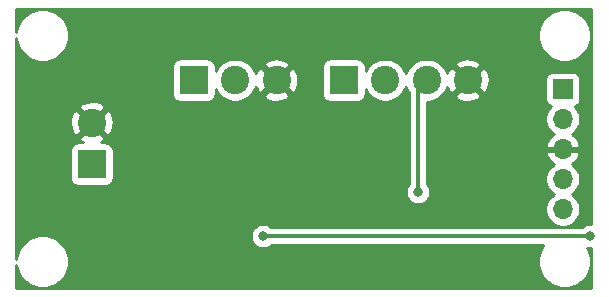
<source format=gbr>
%TF.GenerationSoftware,KiCad,Pcbnew,(5.1.9)-1*%
%TF.CreationDate,2021-07-20T15:51:08-07:00*%
%TF.ProjectId,Wie to serial,57696520-746f-4207-9365-7269616c2e6b,rev?*%
%TF.SameCoordinates,Original*%
%TF.FileFunction,Copper,L2,Bot*%
%TF.FilePolarity,Positive*%
%FSLAX46Y46*%
G04 Gerber Fmt 4.6, Leading zero omitted, Abs format (unit mm)*
G04 Created by KiCad (PCBNEW (5.1.9)-1) date 2021-07-20 15:51:08*
%MOMM*%
%LPD*%
G01*
G04 APERTURE LIST*
%TA.AperFunction,ComponentPad*%
%ADD10R,2.400000X2.400000*%
%TD*%
%TA.AperFunction,ComponentPad*%
%ADD11C,2.400000*%
%TD*%
%TA.AperFunction,ComponentPad*%
%ADD12R,1.700000X1.700000*%
%TD*%
%TA.AperFunction,ComponentPad*%
%ADD13O,1.700000X1.700000*%
%TD*%
%TA.AperFunction,ViaPad*%
%ADD14C,0.800000*%
%TD*%
%TA.AperFunction,Conductor*%
%ADD15C,0.304800*%
%TD*%
%TA.AperFunction,Conductor*%
%ADD16C,0.508000*%
%TD*%
%TA.AperFunction,Conductor*%
%ADD17C,0.254000*%
%TD*%
%TA.AperFunction,Conductor*%
%ADD18C,0.100000*%
%TD*%
G04 APERTURE END LIST*
D10*
%TO.P,J1,1*%
%TO.N,+12V*%
X132080000Y-83820000D03*
D11*
%TO.P,J1,2*%
%TO.N,GND*%
X132080000Y-80320000D03*
%TD*%
D10*
%TO.P,J2,1*%
%TO.N,+12V*%
X153416000Y-76708000D03*
D11*
%TO.P,J2,2*%
%TO.N,D0*%
X156916000Y-76708000D03*
%TO.P,J2,3*%
%TO.N,D1*%
X160416000Y-76708000D03*
%TO.P,J2,4*%
%TO.N,GND*%
X163916000Y-76708000D03*
%TD*%
D10*
%TO.P,J3,1*%
%TO.N,TXD*%
X140716000Y-76708000D03*
D11*
%TO.P,J3,2*%
%TO.N,RXD*%
X144216000Y-76708000D03*
%TO.P,J3,3*%
%TO.N,GND*%
X147716000Y-76708000D03*
%TD*%
D12*
%TO.P,J4,1*%
%TO.N,MCLR*%
X171958000Y-77470000D03*
D13*
%TO.P,J4,2*%
%TO.N,+5V*%
X171958000Y-80010000D03*
%TO.P,J4,3*%
%TO.N,GND*%
X171958000Y-82550000D03*
%TO.P,J4,4*%
%TO.N,PGD*%
X171958000Y-85090000D03*
%TO.P,J4,5*%
%TO.N,PGC*%
X171958000Y-87630000D03*
%TD*%
D14*
%TO.N,MCLR*%
X174244000Y-89916000D03*
X146558000Y-89916000D03*
%TO.N,D1*%
X159695000Y-86177000D03*
%TO.N,GND*%
X143383000Y-85471000D03*
X165100000Y-85344000D03*
X148336000Y-81788000D03*
X165100000Y-82550000D03*
%TD*%
D15*
%TO.N,MCLR*%
X174244000Y-89916000D02*
X146558000Y-89916000D01*
%TO.N,D1*%
X159695000Y-77429000D02*
X160416000Y-76708000D01*
X159695000Y-86177000D02*
X159695000Y-77429000D01*
D16*
%TO.N,GND*%
X165100000Y-85344000D02*
X165100000Y-82804000D01*
X165100000Y-82804000D02*
X165100000Y-82550000D01*
%TD*%
D17*
%TO.N,GND*%
X174340000Y-88881000D02*
X174142061Y-88881000D01*
X173942102Y-88920774D01*
X173753744Y-88998795D01*
X173584226Y-89112063D01*
X173567689Y-89128600D01*
X147234311Y-89128600D01*
X147217774Y-89112063D01*
X147048256Y-88998795D01*
X146859898Y-88920774D01*
X146659939Y-88881000D01*
X146456061Y-88881000D01*
X146256102Y-88920774D01*
X146067744Y-88998795D01*
X145898226Y-89112063D01*
X145754063Y-89256226D01*
X145640795Y-89425744D01*
X145562774Y-89614102D01*
X145523000Y-89814061D01*
X145523000Y-90017939D01*
X145562774Y-90217898D01*
X145640795Y-90406256D01*
X145754063Y-90575774D01*
X145898226Y-90719937D01*
X146067744Y-90833205D01*
X146256102Y-90911226D01*
X146456061Y-90951000D01*
X146659939Y-90951000D01*
X146859898Y-90911226D01*
X147048256Y-90833205D01*
X147217774Y-90719937D01*
X147234311Y-90703400D01*
X170313462Y-90703400D01*
X170104369Y-91016331D01*
X169935890Y-91423075D01*
X169850000Y-91854872D01*
X169850000Y-92295128D01*
X169935890Y-92726925D01*
X170104369Y-93133669D01*
X170348962Y-93499729D01*
X170660271Y-93811038D01*
X171026331Y-94055631D01*
X171433075Y-94224110D01*
X171864872Y-94310000D01*
X172305128Y-94310000D01*
X172736925Y-94224110D01*
X173143669Y-94055631D01*
X173509729Y-93811038D01*
X173821038Y-93499729D01*
X174065631Y-93133669D01*
X174234110Y-92726925D01*
X174320000Y-92295128D01*
X174320000Y-91854872D01*
X174234110Y-91423075D01*
X174065631Y-91016331D01*
X174003572Y-90923453D01*
X174142061Y-90951000D01*
X174340000Y-90951000D01*
X174340000Y-94340000D01*
X125660000Y-94340000D01*
X125660000Y-92325292D01*
X125739890Y-92726925D01*
X125908369Y-93133669D01*
X126152962Y-93499729D01*
X126464271Y-93811038D01*
X126830331Y-94055631D01*
X127237075Y-94224110D01*
X127668872Y-94310000D01*
X128109128Y-94310000D01*
X128540925Y-94224110D01*
X128947669Y-94055631D01*
X129313729Y-93811038D01*
X129625038Y-93499729D01*
X129869631Y-93133669D01*
X130038110Y-92726925D01*
X130124000Y-92295128D01*
X130124000Y-91854872D01*
X130038110Y-91423075D01*
X129869631Y-91016331D01*
X129625038Y-90650271D01*
X129313729Y-90338962D01*
X128947669Y-90094369D01*
X128540925Y-89925890D01*
X128109128Y-89840000D01*
X127668872Y-89840000D01*
X127237075Y-89925890D01*
X126830331Y-90094369D01*
X126464271Y-90338962D01*
X126152962Y-90650271D01*
X125908369Y-91016331D01*
X125739890Y-91423075D01*
X125660000Y-91824708D01*
X125660000Y-82620000D01*
X130241928Y-82620000D01*
X130241928Y-85020000D01*
X130254188Y-85144482D01*
X130290498Y-85264180D01*
X130349463Y-85374494D01*
X130428815Y-85471185D01*
X130525506Y-85550537D01*
X130635820Y-85609502D01*
X130755518Y-85645812D01*
X130880000Y-85658072D01*
X133280000Y-85658072D01*
X133404482Y-85645812D01*
X133524180Y-85609502D01*
X133634494Y-85550537D01*
X133731185Y-85471185D01*
X133810537Y-85374494D01*
X133869502Y-85264180D01*
X133905812Y-85144482D01*
X133918072Y-85020000D01*
X133918072Y-82620000D01*
X133905812Y-82495518D01*
X133869502Y-82375820D01*
X133810537Y-82265506D01*
X133731185Y-82168815D01*
X133634494Y-82089463D01*
X133524180Y-82030498D01*
X133404482Y-81994188D01*
X133280000Y-81981928D01*
X132873097Y-81981928D01*
X133058486Y-81882836D01*
X133178374Y-81597980D01*
X132080000Y-80499605D01*
X130981626Y-81597980D01*
X131101514Y-81882836D01*
X131300912Y-81981928D01*
X130880000Y-81981928D01*
X130755518Y-81994188D01*
X130635820Y-82030498D01*
X130525506Y-82089463D01*
X130428815Y-82168815D01*
X130349463Y-82265506D01*
X130290498Y-82375820D01*
X130254188Y-82495518D01*
X130241928Y-82620000D01*
X125660000Y-82620000D01*
X125660000Y-80374684D01*
X130236933Y-80374684D01*
X130283015Y-80733198D01*
X130398154Y-81075833D01*
X130517164Y-81298486D01*
X130802020Y-81418374D01*
X131900395Y-80320000D01*
X132259605Y-80320000D01*
X133357980Y-81418374D01*
X133642836Y-81298486D01*
X133803699Y-80974790D01*
X133898322Y-80625931D01*
X133923067Y-80265316D01*
X133876985Y-79906802D01*
X133761846Y-79564167D01*
X133642836Y-79341514D01*
X133357980Y-79221626D01*
X132259605Y-80320000D01*
X131900395Y-80320000D01*
X130802020Y-79221626D01*
X130517164Y-79341514D01*
X130356301Y-79665210D01*
X130261678Y-80014069D01*
X130236933Y-80374684D01*
X125660000Y-80374684D01*
X125660000Y-79042020D01*
X130981626Y-79042020D01*
X132080000Y-80140395D01*
X133178374Y-79042020D01*
X133058486Y-78757164D01*
X132734790Y-78596301D01*
X132385931Y-78501678D01*
X132025316Y-78476933D01*
X131666802Y-78523015D01*
X131324167Y-78638154D01*
X131101514Y-78757164D01*
X130981626Y-79042020D01*
X125660000Y-79042020D01*
X125660000Y-75508000D01*
X138877928Y-75508000D01*
X138877928Y-77908000D01*
X138890188Y-78032482D01*
X138926498Y-78152180D01*
X138985463Y-78262494D01*
X139064815Y-78359185D01*
X139161506Y-78438537D01*
X139271820Y-78497502D01*
X139391518Y-78533812D01*
X139516000Y-78546072D01*
X141916000Y-78546072D01*
X142040482Y-78533812D01*
X142160180Y-78497502D01*
X142270494Y-78438537D01*
X142367185Y-78359185D01*
X142446537Y-78262494D01*
X142505502Y-78152180D01*
X142541812Y-78032482D01*
X142554072Y-77908000D01*
X142554072Y-77490838D01*
X142589844Y-77577199D01*
X142790662Y-77877744D01*
X143046256Y-78133338D01*
X143346801Y-78334156D01*
X143680750Y-78472482D01*
X144035268Y-78543000D01*
X144396732Y-78543000D01*
X144751250Y-78472482D01*
X145085199Y-78334156D01*
X145385744Y-78133338D01*
X145533102Y-77985980D01*
X146617626Y-77985980D01*
X146737514Y-78270836D01*
X147061210Y-78431699D01*
X147410069Y-78526322D01*
X147770684Y-78551067D01*
X148129198Y-78504985D01*
X148471833Y-78389846D01*
X148694486Y-78270836D01*
X148814374Y-77985980D01*
X147716000Y-76887605D01*
X146617626Y-77985980D01*
X145533102Y-77985980D01*
X145641338Y-77877744D01*
X145842156Y-77577199D01*
X145969190Y-77270511D01*
X146034154Y-77463833D01*
X146153164Y-77686486D01*
X146438020Y-77806374D01*
X147536395Y-76708000D01*
X147895605Y-76708000D01*
X148993980Y-77806374D01*
X149278836Y-77686486D01*
X149439699Y-77362790D01*
X149534322Y-77013931D01*
X149559067Y-76653316D01*
X149512985Y-76294802D01*
X149397846Y-75952167D01*
X149278836Y-75729514D01*
X148993980Y-75609626D01*
X147895605Y-76708000D01*
X147536395Y-76708000D01*
X146438020Y-75609626D01*
X146153164Y-75729514D01*
X145992301Y-76053210D01*
X145968031Y-76142690D01*
X145842156Y-75838801D01*
X145641338Y-75538256D01*
X145533102Y-75430020D01*
X146617626Y-75430020D01*
X147716000Y-76528395D01*
X148736394Y-75508000D01*
X151577928Y-75508000D01*
X151577928Y-77908000D01*
X151590188Y-78032482D01*
X151626498Y-78152180D01*
X151685463Y-78262494D01*
X151764815Y-78359185D01*
X151861506Y-78438537D01*
X151971820Y-78497502D01*
X152091518Y-78533812D01*
X152216000Y-78546072D01*
X154616000Y-78546072D01*
X154740482Y-78533812D01*
X154860180Y-78497502D01*
X154970494Y-78438537D01*
X155067185Y-78359185D01*
X155146537Y-78262494D01*
X155205502Y-78152180D01*
X155241812Y-78032482D01*
X155254072Y-77908000D01*
X155254072Y-77490838D01*
X155289844Y-77577199D01*
X155490662Y-77877744D01*
X155746256Y-78133338D01*
X156046801Y-78334156D01*
X156380750Y-78472482D01*
X156735268Y-78543000D01*
X157096732Y-78543000D01*
X157451250Y-78472482D01*
X157785199Y-78334156D01*
X158085744Y-78133338D01*
X158341338Y-77877744D01*
X158542156Y-77577199D01*
X158666000Y-77278213D01*
X158789844Y-77577199D01*
X158907601Y-77753435D01*
X158907600Y-85500689D01*
X158891063Y-85517226D01*
X158777795Y-85686744D01*
X158699774Y-85875102D01*
X158660000Y-86075061D01*
X158660000Y-86278939D01*
X158699774Y-86478898D01*
X158777795Y-86667256D01*
X158891063Y-86836774D01*
X159035226Y-86980937D01*
X159204744Y-87094205D01*
X159393102Y-87172226D01*
X159593061Y-87212000D01*
X159796939Y-87212000D01*
X159996898Y-87172226D01*
X160185256Y-87094205D01*
X160354774Y-86980937D01*
X160498937Y-86836774D01*
X160612205Y-86667256D01*
X160690226Y-86478898D01*
X160730000Y-86278939D01*
X160730000Y-86075061D01*
X160690226Y-85875102D01*
X160612205Y-85686744D01*
X160498937Y-85517226D01*
X160482400Y-85500689D01*
X160482400Y-84943740D01*
X170473000Y-84943740D01*
X170473000Y-85236260D01*
X170530068Y-85523158D01*
X170642010Y-85793411D01*
X170804525Y-86036632D01*
X171011368Y-86243475D01*
X171185760Y-86360000D01*
X171011368Y-86476525D01*
X170804525Y-86683368D01*
X170642010Y-86926589D01*
X170530068Y-87196842D01*
X170473000Y-87483740D01*
X170473000Y-87776260D01*
X170530068Y-88063158D01*
X170642010Y-88333411D01*
X170804525Y-88576632D01*
X171011368Y-88783475D01*
X171254589Y-88945990D01*
X171524842Y-89057932D01*
X171811740Y-89115000D01*
X172104260Y-89115000D01*
X172391158Y-89057932D01*
X172661411Y-88945990D01*
X172904632Y-88783475D01*
X173111475Y-88576632D01*
X173273990Y-88333411D01*
X173385932Y-88063158D01*
X173443000Y-87776260D01*
X173443000Y-87483740D01*
X173385932Y-87196842D01*
X173273990Y-86926589D01*
X173111475Y-86683368D01*
X172904632Y-86476525D01*
X172730240Y-86360000D01*
X172904632Y-86243475D01*
X173111475Y-86036632D01*
X173273990Y-85793411D01*
X173385932Y-85523158D01*
X173443000Y-85236260D01*
X173443000Y-84943740D01*
X173385932Y-84656842D01*
X173273990Y-84386589D01*
X173111475Y-84143368D01*
X172904632Y-83936525D01*
X172722466Y-83814805D01*
X172839355Y-83745178D01*
X173055588Y-83550269D01*
X173229641Y-83316920D01*
X173354825Y-83054099D01*
X173399476Y-82906890D01*
X173278155Y-82677000D01*
X172085000Y-82677000D01*
X172085000Y-82697000D01*
X171831000Y-82697000D01*
X171831000Y-82677000D01*
X170637845Y-82677000D01*
X170516524Y-82906890D01*
X170561175Y-83054099D01*
X170686359Y-83316920D01*
X170860412Y-83550269D01*
X171076645Y-83745178D01*
X171193534Y-83814805D01*
X171011368Y-83936525D01*
X170804525Y-84143368D01*
X170642010Y-84386589D01*
X170530068Y-84656842D01*
X170473000Y-84943740D01*
X160482400Y-84943740D01*
X160482400Y-78543000D01*
X160596732Y-78543000D01*
X160951250Y-78472482D01*
X161285199Y-78334156D01*
X161585744Y-78133338D01*
X161733102Y-77985980D01*
X162817626Y-77985980D01*
X162937514Y-78270836D01*
X163261210Y-78431699D01*
X163610069Y-78526322D01*
X163970684Y-78551067D01*
X164329198Y-78504985D01*
X164671833Y-78389846D01*
X164894486Y-78270836D01*
X165014374Y-77985980D01*
X163916000Y-76887605D01*
X162817626Y-77985980D01*
X161733102Y-77985980D01*
X161841338Y-77877744D01*
X162042156Y-77577199D01*
X162169190Y-77270511D01*
X162234154Y-77463833D01*
X162353164Y-77686486D01*
X162638020Y-77806374D01*
X163736395Y-76708000D01*
X164095605Y-76708000D01*
X165193980Y-77806374D01*
X165478836Y-77686486D01*
X165639699Y-77362790D01*
X165734322Y-77013931D01*
X165759067Y-76653316D01*
X165754785Y-76620000D01*
X170469928Y-76620000D01*
X170469928Y-78320000D01*
X170482188Y-78444482D01*
X170518498Y-78564180D01*
X170577463Y-78674494D01*
X170656815Y-78771185D01*
X170753506Y-78850537D01*
X170863820Y-78909502D01*
X170936380Y-78931513D01*
X170804525Y-79063368D01*
X170642010Y-79306589D01*
X170530068Y-79576842D01*
X170473000Y-79863740D01*
X170473000Y-80156260D01*
X170530068Y-80443158D01*
X170642010Y-80713411D01*
X170804525Y-80956632D01*
X171011368Y-81163475D01*
X171193534Y-81285195D01*
X171076645Y-81354822D01*
X170860412Y-81549731D01*
X170686359Y-81783080D01*
X170561175Y-82045901D01*
X170516524Y-82193110D01*
X170637845Y-82423000D01*
X171831000Y-82423000D01*
X171831000Y-82403000D01*
X172085000Y-82403000D01*
X172085000Y-82423000D01*
X173278155Y-82423000D01*
X173399476Y-82193110D01*
X173354825Y-82045901D01*
X173229641Y-81783080D01*
X173055588Y-81549731D01*
X172839355Y-81354822D01*
X172722466Y-81285195D01*
X172904632Y-81163475D01*
X173111475Y-80956632D01*
X173273990Y-80713411D01*
X173385932Y-80443158D01*
X173443000Y-80156260D01*
X173443000Y-79863740D01*
X173385932Y-79576842D01*
X173273990Y-79306589D01*
X173111475Y-79063368D01*
X172979620Y-78931513D01*
X173052180Y-78909502D01*
X173162494Y-78850537D01*
X173259185Y-78771185D01*
X173338537Y-78674494D01*
X173397502Y-78564180D01*
X173433812Y-78444482D01*
X173446072Y-78320000D01*
X173446072Y-76620000D01*
X173433812Y-76495518D01*
X173397502Y-76375820D01*
X173338537Y-76265506D01*
X173259185Y-76168815D01*
X173162494Y-76089463D01*
X173052180Y-76030498D01*
X172932482Y-75994188D01*
X172808000Y-75981928D01*
X171108000Y-75981928D01*
X170983518Y-75994188D01*
X170863820Y-76030498D01*
X170753506Y-76089463D01*
X170656815Y-76168815D01*
X170577463Y-76265506D01*
X170518498Y-76375820D01*
X170482188Y-76495518D01*
X170469928Y-76620000D01*
X165754785Y-76620000D01*
X165712985Y-76294802D01*
X165597846Y-75952167D01*
X165478836Y-75729514D01*
X165193980Y-75609626D01*
X164095605Y-76708000D01*
X163736395Y-76708000D01*
X162638020Y-75609626D01*
X162353164Y-75729514D01*
X162192301Y-76053210D01*
X162168031Y-76142690D01*
X162042156Y-75838801D01*
X161841338Y-75538256D01*
X161733102Y-75430020D01*
X162817626Y-75430020D01*
X163916000Y-76528395D01*
X165014374Y-75430020D01*
X164894486Y-75145164D01*
X164570790Y-74984301D01*
X164221931Y-74889678D01*
X163861316Y-74864933D01*
X163502802Y-74911015D01*
X163160167Y-75026154D01*
X162937514Y-75145164D01*
X162817626Y-75430020D01*
X161733102Y-75430020D01*
X161585744Y-75282662D01*
X161285199Y-75081844D01*
X160951250Y-74943518D01*
X160596732Y-74873000D01*
X160235268Y-74873000D01*
X159880750Y-74943518D01*
X159546801Y-75081844D01*
X159246256Y-75282662D01*
X158990662Y-75538256D01*
X158789844Y-75838801D01*
X158666000Y-76137787D01*
X158542156Y-75838801D01*
X158341338Y-75538256D01*
X158085744Y-75282662D01*
X157785199Y-75081844D01*
X157451250Y-74943518D01*
X157096732Y-74873000D01*
X156735268Y-74873000D01*
X156380750Y-74943518D01*
X156046801Y-75081844D01*
X155746256Y-75282662D01*
X155490662Y-75538256D01*
X155289844Y-75838801D01*
X155254072Y-75925162D01*
X155254072Y-75508000D01*
X155241812Y-75383518D01*
X155205502Y-75263820D01*
X155146537Y-75153506D01*
X155067185Y-75056815D01*
X154970494Y-74977463D01*
X154860180Y-74918498D01*
X154740482Y-74882188D01*
X154616000Y-74869928D01*
X152216000Y-74869928D01*
X152091518Y-74882188D01*
X151971820Y-74918498D01*
X151861506Y-74977463D01*
X151764815Y-75056815D01*
X151685463Y-75153506D01*
X151626498Y-75263820D01*
X151590188Y-75383518D01*
X151577928Y-75508000D01*
X148736394Y-75508000D01*
X148814374Y-75430020D01*
X148694486Y-75145164D01*
X148370790Y-74984301D01*
X148021931Y-74889678D01*
X147661316Y-74864933D01*
X147302802Y-74911015D01*
X146960167Y-75026154D01*
X146737514Y-75145164D01*
X146617626Y-75430020D01*
X145533102Y-75430020D01*
X145385744Y-75282662D01*
X145085199Y-75081844D01*
X144751250Y-74943518D01*
X144396732Y-74873000D01*
X144035268Y-74873000D01*
X143680750Y-74943518D01*
X143346801Y-75081844D01*
X143046256Y-75282662D01*
X142790662Y-75538256D01*
X142589844Y-75838801D01*
X142554072Y-75925162D01*
X142554072Y-75508000D01*
X142541812Y-75383518D01*
X142505502Y-75263820D01*
X142446537Y-75153506D01*
X142367185Y-75056815D01*
X142270494Y-74977463D01*
X142160180Y-74918498D01*
X142040482Y-74882188D01*
X141916000Y-74869928D01*
X139516000Y-74869928D01*
X139391518Y-74882188D01*
X139271820Y-74918498D01*
X139161506Y-74977463D01*
X139064815Y-75056815D01*
X138985463Y-75153506D01*
X138926498Y-75263820D01*
X138890188Y-75383518D01*
X138877928Y-75508000D01*
X125660000Y-75508000D01*
X125660000Y-73148292D01*
X125739890Y-73549925D01*
X125908369Y-73956669D01*
X126152962Y-74322729D01*
X126464271Y-74634038D01*
X126830331Y-74878631D01*
X127237075Y-75047110D01*
X127668872Y-75133000D01*
X128109128Y-75133000D01*
X128540925Y-75047110D01*
X128947669Y-74878631D01*
X129313729Y-74634038D01*
X129625038Y-74322729D01*
X129869631Y-73956669D01*
X130038110Y-73549925D01*
X130124000Y-73118128D01*
X130124000Y-72677872D01*
X169850000Y-72677872D01*
X169850000Y-73118128D01*
X169935890Y-73549925D01*
X170104369Y-73956669D01*
X170348962Y-74322729D01*
X170660271Y-74634038D01*
X171026331Y-74878631D01*
X171433075Y-75047110D01*
X171864872Y-75133000D01*
X172305128Y-75133000D01*
X172736925Y-75047110D01*
X173143669Y-74878631D01*
X173509729Y-74634038D01*
X173821038Y-74322729D01*
X174065631Y-73956669D01*
X174234110Y-73549925D01*
X174320000Y-73118128D01*
X174320000Y-72677872D01*
X174234110Y-72246075D01*
X174065631Y-71839331D01*
X173821038Y-71473271D01*
X173509729Y-71161962D01*
X173143669Y-70917369D01*
X172736925Y-70748890D01*
X172305128Y-70663000D01*
X171864872Y-70663000D01*
X171433075Y-70748890D01*
X171026331Y-70917369D01*
X170660271Y-71161962D01*
X170348962Y-71473271D01*
X170104369Y-71839331D01*
X169935890Y-72246075D01*
X169850000Y-72677872D01*
X130124000Y-72677872D01*
X130038110Y-72246075D01*
X129869631Y-71839331D01*
X129625038Y-71473271D01*
X129313729Y-71161962D01*
X128947669Y-70917369D01*
X128540925Y-70748890D01*
X128109128Y-70663000D01*
X127668872Y-70663000D01*
X127237075Y-70748890D01*
X126830331Y-70917369D01*
X126464271Y-71161962D01*
X126152962Y-71473271D01*
X125908369Y-71839331D01*
X125739890Y-72246075D01*
X125660000Y-72647708D01*
X125660000Y-70660000D01*
X174340001Y-70660000D01*
X174340000Y-88881000D01*
%TA.AperFunction,Conductor*%
D18*
G36*
X174340000Y-88881000D02*
G01*
X174142061Y-88881000D01*
X173942102Y-88920774D01*
X173753744Y-88998795D01*
X173584226Y-89112063D01*
X173567689Y-89128600D01*
X147234311Y-89128600D01*
X147217774Y-89112063D01*
X147048256Y-88998795D01*
X146859898Y-88920774D01*
X146659939Y-88881000D01*
X146456061Y-88881000D01*
X146256102Y-88920774D01*
X146067744Y-88998795D01*
X145898226Y-89112063D01*
X145754063Y-89256226D01*
X145640795Y-89425744D01*
X145562774Y-89614102D01*
X145523000Y-89814061D01*
X145523000Y-90017939D01*
X145562774Y-90217898D01*
X145640795Y-90406256D01*
X145754063Y-90575774D01*
X145898226Y-90719937D01*
X146067744Y-90833205D01*
X146256102Y-90911226D01*
X146456061Y-90951000D01*
X146659939Y-90951000D01*
X146859898Y-90911226D01*
X147048256Y-90833205D01*
X147217774Y-90719937D01*
X147234311Y-90703400D01*
X170313462Y-90703400D01*
X170104369Y-91016331D01*
X169935890Y-91423075D01*
X169850000Y-91854872D01*
X169850000Y-92295128D01*
X169935890Y-92726925D01*
X170104369Y-93133669D01*
X170348962Y-93499729D01*
X170660271Y-93811038D01*
X171026331Y-94055631D01*
X171433075Y-94224110D01*
X171864872Y-94310000D01*
X172305128Y-94310000D01*
X172736925Y-94224110D01*
X173143669Y-94055631D01*
X173509729Y-93811038D01*
X173821038Y-93499729D01*
X174065631Y-93133669D01*
X174234110Y-92726925D01*
X174320000Y-92295128D01*
X174320000Y-91854872D01*
X174234110Y-91423075D01*
X174065631Y-91016331D01*
X174003572Y-90923453D01*
X174142061Y-90951000D01*
X174340000Y-90951000D01*
X174340000Y-94340000D01*
X125660000Y-94340000D01*
X125660000Y-92325292D01*
X125739890Y-92726925D01*
X125908369Y-93133669D01*
X126152962Y-93499729D01*
X126464271Y-93811038D01*
X126830331Y-94055631D01*
X127237075Y-94224110D01*
X127668872Y-94310000D01*
X128109128Y-94310000D01*
X128540925Y-94224110D01*
X128947669Y-94055631D01*
X129313729Y-93811038D01*
X129625038Y-93499729D01*
X129869631Y-93133669D01*
X130038110Y-92726925D01*
X130124000Y-92295128D01*
X130124000Y-91854872D01*
X130038110Y-91423075D01*
X129869631Y-91016331D01*
X129625038Y-90650271D01*
X129313729Y-90338962D01*
X128947669Y-90094369D01*
X128540925Y-89925890D01*
X128109128Y-89840000D01*
X127668872Y-89840000D01*
X127237075Y-89925890D01*
X126830331Y-90094369D01*
X126464271Y-90338962D01*
X126152962Y-90650271D01*
X125908369Y-91016331D01*
X125739890Y-91423075D01*
X125660000Y-91824708D01*
X125660000Y-82620000D01*
X130241928Y-82620000D01*
X130241928Y-85020000D01*
X130254188Y-85144482D01*
X130290498Y-85264180D01*
X130349463Y-85374494D01*
X130428815Y-85471185D01*
X130525506Y-85550537D01*
X130635820Y-85609502D01*
X130755518Y-85645812D01*
X130880000Y-85658072D01*
X133280000Y-85658072D01*
X133404482Y-85645812D01*
X133524180Y-85609502D01*
X133634494Y-85550537D01*
X133731185Y-85471185D01*
X133810537Y-85374494D01*
X133869502Y-85264180D01*
X133905812Y-85144482D01*
X133918072Y-85020000D01*
X133918072Y-82620000D01*
X133905812Y-82495518D01*
X133869502Y-82375820D01*
X133810537Y-82265506D01*
X133731185Y-82168815D01*
X133634494Y-82089463D01*
X133524180Y-82030498D01*
X133404482Y-81994188D01*
X133280000Y-81981928D01*
X132873097Y-81981928D01*
X133058486Y-81882836D01*
X133178374Y-81597980D01*
X132080000Y-80499605D01*
X130981626Y-81597980D01*
X131101514Y-81882836D01*
X131300912Y-81981928D01*
X130880000Y-81981928D01*
X130755518Y-81994188D01*
X130635820Y-82030498D01*
X130525506Y-82089463D01*
X130428815Y-82168815D01*
X130349463Y-82265506D01*
X130290498Y-82375820D01*
X130254188Y-82495518D01*
X130241928Y-82620000D01*
X125660000Y-82620000D01*
X125660000Y-80374684D01*
X130236933Y-80374684D01*
X130283015Y-80733198D01*
X130398154Y-81075833D01*
X130517164Y-81298486D01*
X130802020Y-81418374D01*
X131900395Y-80320000D01*
X132259605Y-80320000D01*
X133357980Y-81418374D01*
X133642836Y-81298486D01*
X133803699Y-80974790D01*
X133898322Y-80625931D01*
X133923067Y-80265316D01*
X133876985Y-79906802D01*
X133761846Y-79564167D01*
X133642836Y-79341514D01*
X133357980Y-79221626D01*
X132259605Y-80320000D01*
X131900395Y-80320000D01*
X130802020Y-79221626D01*
X130517164Y-79341514D01*
X130356301Y-79665210D01*
X130261678Y-80014069D01*
X130236933Y-80374684D01*
X125660000Y-80374684D01*
X125660000Y-79042020D01*
X130981626Y-79042020D01*
X132080000Y-80140395D01*
X133178374Y-79042020D01*
X133058486Y-78757164D01*
X132734790Y-78596301D01*
X132385931Y-78501678D01*
X132025316Y-78476933D01*
X131666802Y-78523015D01*
X131324167Y-78638154D01*
X131101514Y-78757164D01*
X130981626Y-79042020D01*
X125660000Y-79042020D01*
X125660000Y-75508000D01*
X138877928Y-75508000D01*
X138877928Y-77908000D01*
X138890188Y-78032482D01*
X138926498Y-78152180D01*
X138985463Y-78262494D01*
X139064815Y-78359185D01*
X139161506Y-78438537D01*
X139271820Y-78497502D01*
X139391518Y-78533812D01*
X139516000Y-78546072D01*
X141916000Y-78546072D01*
X142040482Y-78533812D01*
X142160180Y-78497502D01*
X142270494Y-78438537D01*
X142367185Y-78359185D01*
X142446537Y-78262494D01*
X142505502Y-78152180D01*
X142541812Y-78032482D01*
X142554072Y-77908000D01*
X142554072Y-77490838D01*
X142589844Y-77577199D01*
X142790662Y-77877744D01*
X143046256Y-78133338D01*
X143346801Y-78334156D01*
X143680750Y-78472482D01*
X144035268Y-78543000D01*
X144396732Y-78543000D01*
X144751250Y-78472482D01*
X145085199Y-78334156D01*
X145385744Y-78133338D01*
X145533102Y-77985980D01*
X146617626Y-77985980D01*
X146737514Y-78270836D01*
X147061210Y-78431699D01*
X147410069Y-78526322D01*
X147770684Y-78551067D01*
X148129198Y-78504985D01*
X148471833Y-78389846D01*
X148694486Y-78270836D01*
X148814374Y-77985980D01*
X147716000Y-76887605D01*
X146617626Y-77985980D01*
X145533102Y-77985980D01*
X145641338Y-77877744D01*
X145842156Y-77577199D01*
X145969190Y-77270511D01*
X146034154Y-77463833D01*
X146153164Y-77686486D01*
X146438020Y-77806374D01*
X147536395Y-76708000D01*
X147895605Y-76708000D01*
X148993980Y-77806374D01*
X149278836Y-77686486D01*
X149439699Y-77362790D01*
X149534322Y-77013931D01*
X149559067Y-76653316D01*
X149512985Y-76294802D01*
X149397846Y-75952167D01*
X149278836Y-75729514D01*
X148993980Y-75609626D01*
X147895605Y-76708000D01*
X147536395Y-76708000D01*
X146438020Y-75609626D01*
X146153164Y-75729514D01*
X145992301Y-76053210D01*
X145968031Y-76142690D01*
X145842156Y-75838801D01*
X145641338Y-75538256D01*
X145533102Y-75430020D01*
X146617626Y-75430020D01*
X147716000Y-76528395D01*
X148736394Y-75508000D01*
X151577928Y-75508000D01*
X151577928Y-77908000D01*
X151590188Y-78032482D01*
X151626498Y-78152180D01*
X151685463Y-78262494D01*
X151764815Y-78359185D01*
X151861506Y-78438537D01*
X151971820Y-78497502D01*
X152091518Y-78533812D01*
X152216000Y-78546072D01*
X154616000Y-78546072D01*
X154740482Y-78533812D01*
X154860180Y-78497502D01*
X154970494Y-78438537D01*
X155067185Y-78359185D01*
X155146537Y-78262494D01*
X155205502Y-78152180D01*
X155241812Y-78032482D01*
X155254072Y-77908000D01*
X155254072Y-77490838D01*
X155289844Y-77577199D01*
X155490662Y-77877744D01*
X155746256Y-78133338D01*
X156046801Y-78334156D01*
X156380750Y-78472482D01*
X156735268Y-78543000D01*
X157096732Y-78543000D01*
X157451250Y-78472482D01*
X157785199Y-78334156D01*
X158085744Y-78133338D01*
X158341338Y-77877744D01*
X158542156Y-77577199D01*
X158666000Y-77278213D01*
X158789844Y-77577199D01*
X158907601Y-77753435D01*
X158907600Y-85500689D01*
X158891063Y-85517226D01*
X158777795Y-85686744D01*
X158699774Y-85875102D01*
X158660000Y-86075061D01*
X158660000Y-86278939D01*
X158699774Y-86478898D01*
X158777795Y-86667256D01*
X158891063Y-86836774D01*
X159035226Y-86980937D01*
X159204744Y-87094205D01*
X159393102Y-87172226D01*
X159593061Y-87212000D01*
X159796939Y-87212000D01*
X159996898Y-87172226D01*
X160185256Y-87094205D01*
X160354774Y-86980937D01*
X160498937Y-86836774D01*
X160612205Y-86667256D01*
X160690226Y-86478898D01*
X160730000Y-86278939D01*
X160730000Y-86075061D01*
X160690226Y-85875102D01*
X160612205Y-85686744D01*
X160498937Y-85517226D01*
X160482400Y-85500689D01*
X160482400Y-84943740D01*
X170473000Y-84943740D01*
X170473000Y-85236260D01*
X170530068Y-85523158D01*
X170642010Y-85793411D01*
X170804525Y-86036632D01*
X171011368Y-86243475D01*
X171185760Y-86360000D01*
X171011368Y-86476525D01*
X170804525Y-86683368D01*
X170642010Y-86926589D01*
X170530068Y-87196842D01*
X170473000Y-87483740D01*
X170473000Y-87776260D01*
X170530068Y-88063158D01*
X170642010Y-88333411D01*
X170804525Y-88576632D01*
X171011368Y-88783475D01*
X171254589Y-88945990D01*
X171524842Y-89057932D01*
X171811740Y-89115000D01*
X172104260Y-89115000D01*
X172391158Y-89057932D01*
X172661411Y-88945990D01*
X172904632Y-88783475D01*
X173111475Y-88576632D01*
X173273990Y-88333411D01*
X173385932Y-88063158D01*
X173443000Y-87776260D01*
X173443000Y-87483740D01*
X173385932Y-87196842D01*
X173273990Y-86926589D01*
X173111475Y-86683368D01*
X172904632Y-86476525D01*
X172730240Y-86360000D01*
X172904632Y-86243475D01*
X173111475Y-86036632D01*
X173273990Y-85793411D01*
X173385932Y-85523158D01*
X173443000Y-85236260D01*
X173443000Y-84943740D01*
X173385932Y-84656842D01*
X173273990Y-84386589D01*
X173111475Y-84143368D01*
X172904632Y-83936525D01*
X172722466Y-83814805D01*
X172839355Y-83745178D01*
X173055588Y-83550269D01*
X173229641Y-83316920D01*
X173354825Y-83054099D01*
X173399476Y-82906890D01*
X173278155Y-82677000D01*
X172085000Y-82677000D01*
X172085000Y-82697000D01*
X171831000Y-82697000D01*
X171831000Y-82677000D01*
X170637845Y-82677000D01*
X170516524Y-82906890D01*
X170561175Y-83054099D01*
X170686359Y-83316920D01*
X170860412Y-83550269D01*
X171076645Y-83745178D01*
X171193534Y-83814805D01*
X171011368Y-83936525D01*
X170804525Y-84143368D01*
X170642010Y-84386589D01*
X170530068Y-84656842D01*
X170473000Y-84943740D01*
X160482400Y-84943740D01*
X160482400Y-78543000D01*
X160596732Y-78543000D01*
X160951250Y-78472482D01*
X161285199Y-78334156D01*
X161585744Y-78133338D01*
X161733102Y-77985980D01*
X162817626Y-77985980D01*
X162937514Y-78270836D01*
X163261210Y-78431699D01*
X163610069Y-78526322D01*
X163970684Y-78551067D01*
X164329198Y-78504985D01*
X164671833Y-78389846D01*
X164894486Y-78270836D01*
X165014374Y-77985980D01*
X163916000Y-76887605D01*
X162817626Y-77985980D01*
X161733102Y-77985980D01*
X161841338Y-77877744D01*
X162042156Y-77577199D01*
X162169190Y-77270511D01*
X162234154Y-77463833D01*
X162353164Y-77686486D01*
X162638020Y-77806374D01*
X163736395Y-76708000D01*
X164095605Y-76708000D01*
X165193980Y-77806374D01*
X165478836Y-77686486D01*
X165639699Y-77362790D01*
X165734322Y-77013931D01*
X165759067Y-76653316D01*
X165754785Y-76620000D01*
X170469928Y-76620000D01*
X170469928Y-78320000D01*
X170482188Y-78444482D01*
X170518498Y-78564180D01*
X170577463Y-78674494D01*
X170656815Y-78771185D01*
X170753506Y-78850537D01*
X170863820Y-78909502D01*
X170936380Y-78931513D01*
X170804525Y-79063368D01*
X170642010Y-79306589D01*
X170530068Y-79576842D01*
X170473000Y-79863740D01*
X170473000Y-80156260D01*
X170530068Y-80443158D01*
X170642010Y-80713411D01*
X170804525Y-80956632D01*
X171011368Y-81163475D01*
X171193534Y-81285195D01*
X171076645Y-81354822D01*
X170860412Y-81549731D01*
X170686359Y-81783080D01*
X170561175Y-82045901D01*
X170516524Y-82193110D01*
X170637845Y-82423000D01*
X171831000Y-82423000D01*
X171831000Y-82403000D01*
X172085000Y-82403000D01*
X172085000Y-82423000D01*
X173278155Y-82423000D01*
X173399476Y-82193110D01*
X173354825Y-82045901D01*
X173229641Y-81783080D01*
X173055588Y-81549731D01*
X172839355Y-81354822D01*
X172722466Y-81285195D01*
X172904632Y-81163475D01*
X173111475Y-80956632D01*
X173273990Y-80713411D01*
X173385932Y-80443158D01*
X173443000Y-80156260D01*
X173443000Y-79863740D01*
X173385932Y-79576842D01*
X173273990Y-79306589D01*
X173111475Y-79063368D01*
X172979620Y-78931513D01*
X173052180Y-78909502D01*
X173162494Y-78850537D01*
X173259185Y-78771185D01*
X173338537Y-78674494D01*
X173397502Y-78564180D01*
X173433812Y-78444482D01*
X173446072Y-78320000D01*
X173446072Y-76620000D01*
X173433812Y-76495518D01*
X173397502Y-76375820D01*
X173338537Y-76265506D01*
X173259185Y-76168815D01*
X173162494Y-76089463D01*
X173052180Y-76030498D01*
X172932482Y-75994188D01*
X172808000Y-75981928D01*
X171108000Y-75981928D01*
X170983518Y-75994188D01*
X170863820Y-76030498D01*
X170753506Y-76089463D01*
X170656815Y-76168815D01*
X170577463Y-76265506D01*
X170518498Y-76375820D01*
X170482188Y-76495518D01*
X170469928Y-76620000D01*
X165754785Y-76620000D01*
X165712985Y-76294802D01*
X165597846Y-75952167D01*
X165478836Y-75729514D01*
X165193980Y-75609626D01*
X164095605Y-76708000D01*
X163736395Y-76708000D01*
X162638020Y-75609626D01*
X162353164Y-75729514D01*
X162192301Y-76053210D01*
X162168031Y-76142690D01*
X162042156Y-75838801D01*
X161841338Y-75538256D01*
X161733102Y-75430020D01*
X162817626Y-75430020D01*
X163916000Y-76528395D01*
X165014374Y-75430020D01*
X164894486Y-75145164D01*
X164570790Y-74984301D01*
X164221931Y-74889678D01*
X163861316Y-74864933D01*
X163502802Y-74911015D01*
X163160167Y-75026154D01*
X162937514Y-75145164D01*
X162817626Y-75430020D01*
X161733102Y-75430020D01*
X161585744Y-75282662D01*
X161285199Y-75081844D01*
X160951250Y-74943518D01*
X160596732Y-74873000D01*
X160235268Y-74873000D01*
X159880750Y-74943518D01*
X159546801Y-75081844D01*
X159246256Y-75282662D01*
X158990662Y-75538256D01*
X158789844Y-75838801D01*
X158666000Y-76137787D01*
X158542156Y-75838801D01*
X158341338Y-75538256D01*
X158085744Y-75282662D01*
X157785199Y-75081844D01*
X157451250Y-74943518D01*
X157096732Y-74873000D01*
X156735268Y-74873000D01*
X156380750Y-74943518D01*
X156046801Y-75081844D01*
X155746256Y-75282662D01*
X155490662Y-75538256D01*
X155289844Y-75838801D01*
X155254072Y-75925162D01*
X155254072Y-75508000D01*
X155241812Y-75383518D01*
X155205502Y-75263820D01*
X155146537Y-75153506D01*
X155067185Y-75056815D01*
X154970494Y-74977463D01*
X154860180Y-74918498D01*
X154740482Y-74882188D01*
X154616000Y-74869928D01*
X152216000Y-74869928D01*
X152091518Y-74882188D01*
X151971820Y-74918498D01*
X151861506Y-74977463D01*
X151764815Y-75056815D01*
X151685463Y-75153506D01*
X151626498Y-75263820D01*
X151590188Y-75383518D01*
X151577928Y-75508000D01*
X148736394Y-75508000D01*
X148814374Y-75430020D01*
X148694486Y-75145164D01*
X148370790Y-74984301D01*
X148021931Y-74889678D01*
X147661316Y-74864933D01*
X147302802Y-74911015D01*
X146960167Y-75026154D01*
X146737514Y-75145164D01*
X146617626Y-75430020D01*
X145533102Y-75430020D01*
X145385744Y-75282662D01*
X145085199Y-75081844D01*
X144751250Y-74943518D01*
X144396732Y-74873000D01*
X144035268Y-74873000D01*
X143680750Y-74943518D01*
X143346801Y-75081844D01*
X143046256Y-75282662D01*
X142790662Y-75538256D01*
X142589844Y-75838801D01*
X142554072Y-75925162D01*
X142554072Y-75508000D01*
X142541812Y-75383518D01*
X142505502Y-75263820D01*
X142446537Y-75153506D01*
X142367185Y-75056815D01*
X142270494Y-74977463D01*
X142160180Y-74918498D01*
X142040482Y-74882188D01*
X141916000Y-74869928D01*
X139516000Y-74869928D01*
X139391518Y-74882188D01*
X139271820Y-74918498D01*
X139161506Y-74977463D01*
X139064815Y-75056815D01*
X138985463Y-75153506D01*
X138926498Y-75263820D01*
X138890188Y-75383518D01*
X138877928Y-75508000D01*
X125660000Y-75508000D01*
X125660000Y-73148292D01*
X125739890Y-73549925D01*
X125908369Y-73956669D01*
X126152962Y-74322729D01*
X126464271Y-74634038D01*
X126830331Y-74878631D01*
X127237075Y-75047110D01*
X127668872Y-75133000D01*
X128109128Y-75133000D01*
X128540925Y-75047110D01*
X128947669Y-74878631D01*
X129313729Y-74634038D01*
X129625038Y-74322729D01*
X129869631Y-73956669D01*
X130038110Y-73549925D01*
X130124000Y-73118128D01*
X130124000Y-72677872D01*
X169850000Y-72677872D01*
X169850000Y-73118128D01*
X169935890Y-73549925D01*
X170104369Y-73956669D01*
X170348962Y-74322729D01*
X170660271Y-74634038D01*
X171026331Y-74878631D01*
X171433075Y-75047110D01*
X171864872Y-75133000D01*
X172305128Y-75133000D01*
X172736925Y-75047110D01*
X173143669Y-74878631D01*
X173509729Y-74634038D01*
X173821038Y-74322729D01*
X174065631Y-73956669D01*
X174234110Y-73549925D01*
X174320000Y-73118128D01*
X174320000Y-72677872D01*
X174234110Y-72246075D01*
X174065631Y-71839331D01*
X173821038Y-71473271D01*
X173509729Y-71161962D01*
X173143669Y-70917369D01*
X172736925Y-70748890D01*
X172305128Y-70663000D01*
X171864872Y-70663000D01*
X171433075Y-70748890D01*
X171026331Y-70917369D01*
X170660271Y-71161962D01*
X170348962Y-71473271D01*
X170104369Y-71839331D01*
X169935890Y-72246075D01*
X169850000Y-72677872D01*
X130124000Y-72677872D01*
X130038110Y-72246075D01*
X129869631Y-71839331D01*
X129625038Y-71473271D01*
X129313729Y-71161962D01*
X128947669Y-70917369D01*
X128540925Y-70748890D01*
X128109128Y-70663000D01*
X127668872Y-70663000D01*
X127237075Y-70748890D01*
X126830331Y-70917369D01*
X126464271Y-71161962D01*
X126152962Y-71473271D01*
X125908369Y-71839331D01*
X125739890Y-72246075D01*
X125660000Y-72647708D01*
X125660000Y-70660000D01*
X174340001Y-70660000D01*
X174340000Y-88881000D01*
G37*
%TD.AperFunction*%
%TD*%
M02*

</source>
